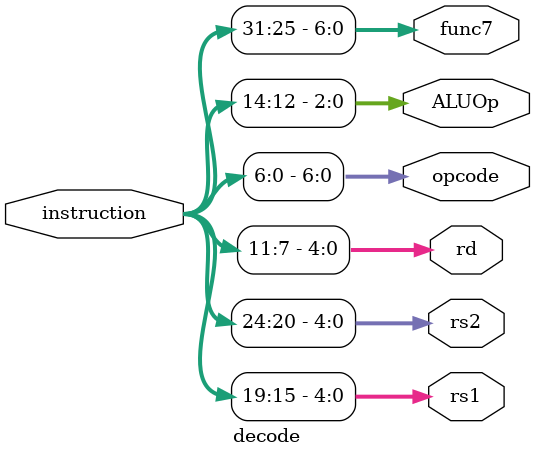
<source format=v>
module decode (
	instruction,
	rs1,
	rs2,
	rd,
	opcode,
	ALUOp,
	func7
);
	input wire [31:0] instruction;
	output wire [4:0] rs1;
	output wire [4:0] rs2;
	output wire [4:0] rd;
	output wire [6:0] opcode;
	output wire [2:0] ALUOp;
	output wire [6:0] func7;
	assign opcode = instruction[6:0];
	assign rd = instruction[11:7];
	assign rs1 = instruction[19:15];
	assign rs2 = instruction[24:20];
	assign ALUOp = instruction[14:12];
	assign func7 = instruction[31:25];
endmodule

</source>
